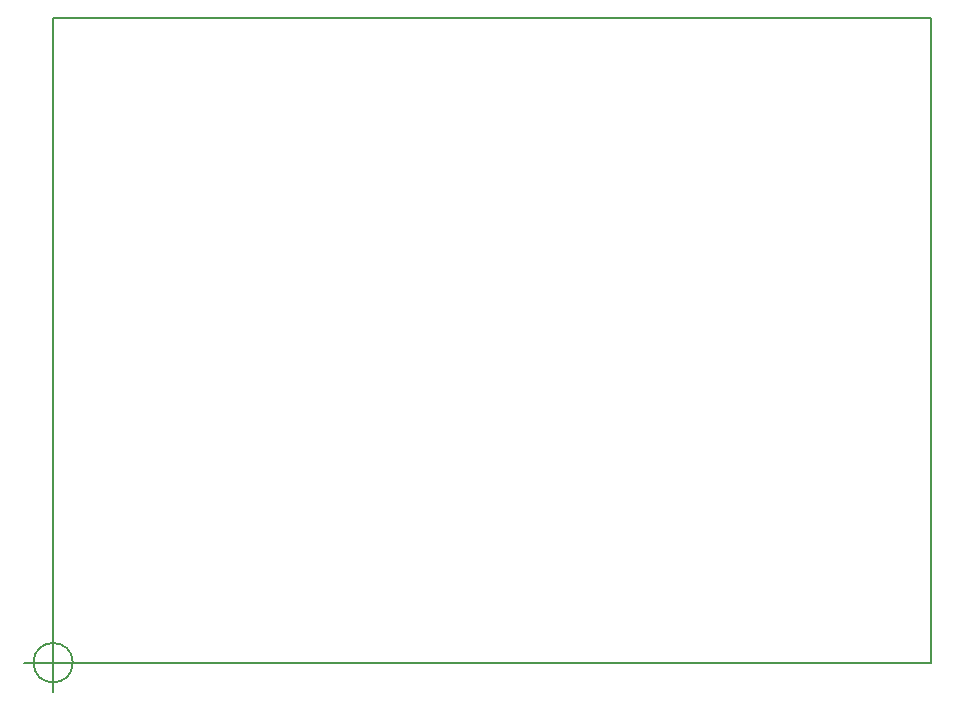
<source format=gm1>
G04 #@! TF.GenerationSoftware,KiCad,Pcbnew,(5.0.0-3-g5ebb6b6)*
G04 #@! TF.CreationDate,2018-12-30T11:26:31+01:00*
G04 #@! TF.ProjectId,Leiterfolie,4C6569746572666F6C69652E6B696361,rev?*
G04 #@! TF.SameCoordinates,Original*
G04 #@! TF.FileFunction,Profile,NP*
%FSLAX46Y46*%
G04 Gerber Fmt 4.6, Leading zero omitted, Abs format (unit mm)*
G04 Created by KiCad (PCBNEW (5.0.0-3-g5ebb6b6)) date Sunday, 30. December 2018 um 11:26:31*
%MOMM*%
%LPD*%
G01*
G04 APERTURE LIST*
%ADD10C,0.150000*%
G04 APERTURE END LIST*
D10*
X73421666Y-136525000D02*
G75*
G03X73421666Y-136525000I-1666666J0D01*
G01*
X69255000Y-136525000D02*
X74255000Y-136525000D01*
X71755000Y-134025000D02*
X71755000Y-139025000D01*
X73421666Y-136525000D02*
G75*
G03X73421666Y-136525000I-1666666J0D01*
G01*
X69255000Y-136525000D02*
X74255000Y-136525000D01*
X71755000Y-134025000D02*
X71755000Y-139025000D01*
X125730000Y-136525000D02*
X71755000Y-136525000D01*
X71755000Y-81915000D02*
X127000000Y-81915000D01*
X71755000Y-136525000D02*
X71755000Y-81915000D01*
X146050000Y-81915000D02*
X133350000Y-81915000D01*
X146050000Y-136525000D02*
X146050000Y-81915000D01*
X125730000Y-136525000D02*
X146050000Y-136525000D01*
X146050000Y-81915000D02*
X127000000Y-81915000D01*
M02*

</source>
